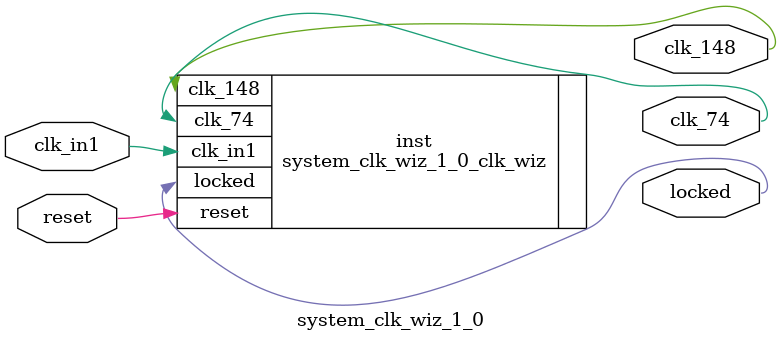
<source format=v>


`timescale 1ps/1ps

(* CORE_GENERATION_INFO = "system_clk_wiz_1_0,clk_wiz_v6_0_12_0_0,{component_name=system_clk_wiz_1_0,use_phase_alignment=true,use_min_o_jitter=false,use_max_i_jitter=false,use_dyn_phase_shift=false,use_inclk_switchover=false,use_dyn_reconfig=false,enable_axi=0,feedback_source=FDBK_AUTO,PRIMITIVE=MMCM,num_out_clk=2,clkin1_period=10.000,clkin2_period=10.000,use_power_down=false,use_reset=true,use_locked=true,use_inclk_stopped=false,feedback_type=SINGLE,CLOCK_MGR_TYPE=NA,manual_override=false}" *)

module system_clk_wiz_1_0 
 (
  // Clock out ports
  output        clk_74,
  output        clk_148,
  // Status and control signals
  input         reset,
  output        locked,
 // Clock in ports
  input         clk_in1
 );

  system_clk_wiz_1_0_clk_wiz inst
  (
  // Clock out ports  
  .clk_74(clk_74),
  .clk_148(clk_148),
  // Status and control signals               
  .reset(reset), 
  .locked(locked),
 // Clock in ports
  .clk_in1(clk_in1)
  );

endmodule

</source>
